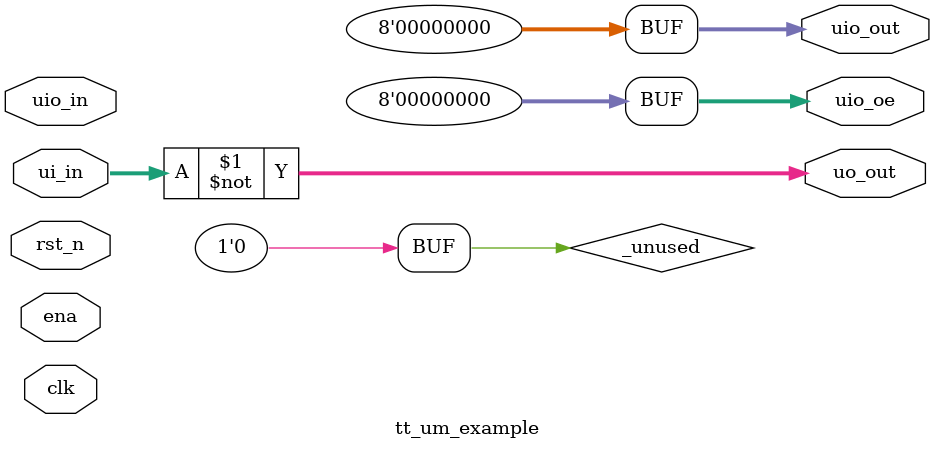
<source format=v>
/*
 * Copyright (c) 2024 Your Name
 * SPDX-License-Identifier: Apache-2.0
 */

`default_nettype none

module tt_um_example (
    input  wire [7:0] ui_in,    // Dedicated inputs
    output wire [7:0] uo_out,   // Dedicated outputs
    input  wire [7:0] uio_in,   // IOs: Input path
    output wire [7:0] uio_out,  // IOs: Output path
    output wire [7:0] uio_oe,   // IOs: Enable path (active high: 0=input, 1=output)
    input  wire       ena,      // always 1 when the design is powered, so you can ignore it
    input  wire       clk,      // clock
    input  wire       rst_n     // reset_n - low to reset
);

  // All output pins must be assigned. If not used, assign to 0.
  assign uo_out  = ~ui_in;  // Example: ou_out is the sum of ui_in and uio_in
  assign uio_out = 0;
  assign uio_oe  = 0;

  // List all unused inputs to prevent warnings
  wire _unused = &{ena, clk, rst_n, 1'b0};

endmodule 

</source>
